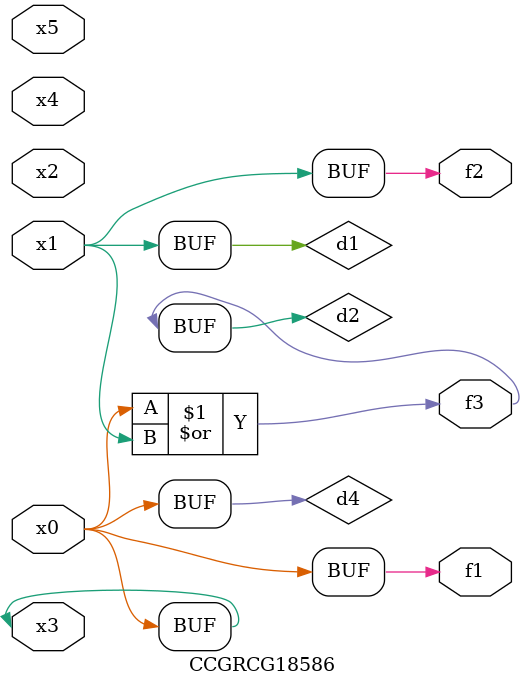
<source format=v>
module CCGRCG18586(
	input x0, x1, x2, x3, x4, x5,
	output f1, f2, f3
);

	wire d1, d2, d3, d4;

	and (d1, x1);
	or (d2, x0, x1);
	nand (d3, x0, x5);
	buf (d4, x0, x3);
	assign f1 = d4;
	assign f2 = d1;
	assign f3 = d2;
endmodule

</source>
